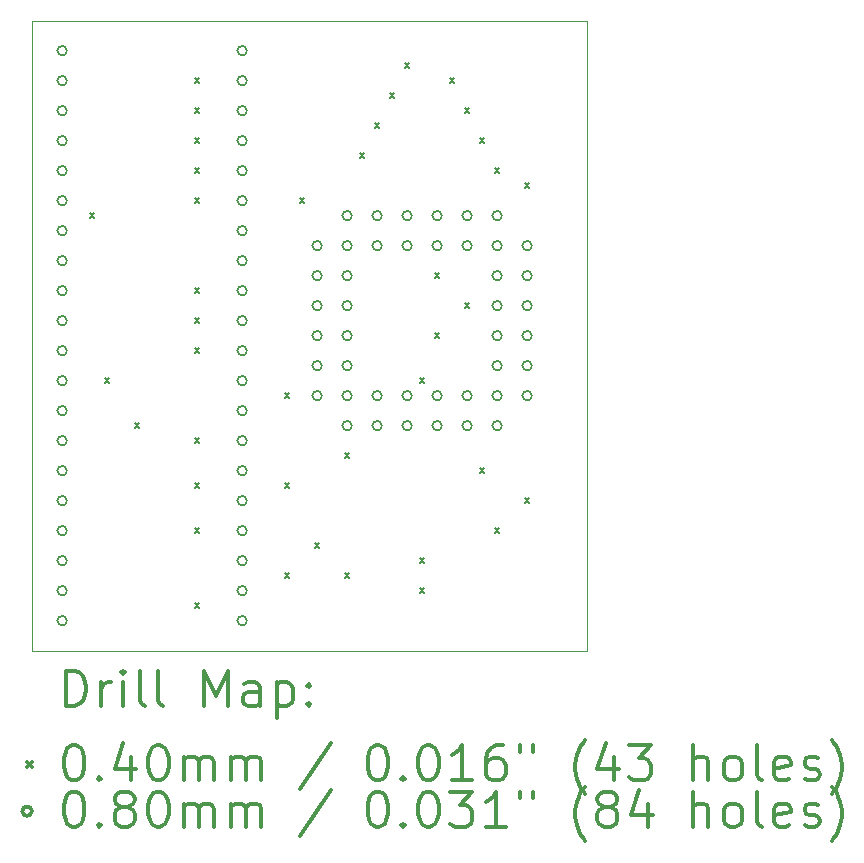
<source format=gbr>
%FSLAX45Y45*%
G04 Gerber Fmt 4.5, Leading zero omitted, Abs format (unit mm)*
G04 Created by KiCad (PCBNEW (5.1.4)-1) date 2020-01-28 22:58:38*
%MOMM*%
%LPD*%
G04 APERTURE LIST*
%ADD10C,0.050000*%
%ADD11C,0.200000*%
%ADD12C,0.300000*%
G04 APERTURE END LIST*
D10*
X3683000Y-7747000D02*
X3683000Y-2413000D01*
X8382000Y-7747000D02*
X3683000Y-7747000D01*
X8382000Y-2413000D02*
X8382000Y-7747000D01*
X3683000Y-2413000D02*
X8382000Y-2413000D01*
D11*
X4171000Y-4044000D02*
X4211000Y-4084000D01*
X4211000Y-4044000D02*
X4171000Y-4084000D01*
X4298000Y-5441000D02*
X4338000Y-5481000D01*
X4338000Y-5441000D02*
X4298000Y-5481000D01*
X4552000Y-5822000D02*
X4592000Y-5862000D01*
X4592000Y-5822000D02*
X4552000Y-5862000D01*
X5060000Y-2901000D02*
X5100000Y-2941000D01*
X5100000Y-2901000D02*
X5060000Y-2941000D01*
X5060000Y-3155000D02*
X5100000Y-3195000D01*
X5100000Y-3155000D02*
X5060000Y-3195000D01*
X5060000Y-3409000D02*
X5100000Y-3449000D01*
X5100000Y-3409000D02*
X5060000Y-3449000D01*
X5060000Y-3663000D02*
X5100000Y-3703000D01*
X5100000Y-3663000D02*
X5060000Y-3703000D01*
X5060000Y-3917000D02*
X5100000Y-3957000D01*
X5100000Y-3917000D02*
X5060000Y-3957000D01*
X5060000Y-4679000D02*
X5100000Y-4719000D01*
X5100000Y-4679000D02*
X5060000Y-4719000D01*
X5060000Y-4933000D02*
X5100000Y-4973000D01*
X5100000Y-4933000D02*
X5060000Y-4973000D01*
X5060000Y-5187000D02*
X5100000Y-5227000D01*
X5100000Y-5187000D02*
X5060000Y-5227000D01*
X5060000Y-5949000D02*
X5100000Y-5989000D01*
X5100000Y-5949000D02*
X5060000Y-5989000D01*
X5060000Y-6330000D02*
X5100000Y-6370000D01*
X5100000Y-6330000D02*
X5060000Y-6370000D01*
X5060000Y-6330000D02*
X5100000Y-6370000D01*
X5100000Y-6330000D02*
X5060000Y-6370000D01*
X5060000Y-6711000D02*
X5100000Y-6751000D01*
X5100000Y-6711000D02*
X5060000Y-6751000D01*
X5060000Y-7346000D02*
X5100000Y-7386000D01*
X5100000Y-7346000D02*
X5060000Y-7386000D01*
X5822000Y-5568000D02*
X5862000Y-5608000D01*
X5862000Y-5568000D02*
X5822000Y-5608000D01*
X5822000Y-6330000D02*
X5862000Y-6370000D01*
X5862000Y-6330000D02*
X5822000Y-6370000D01*
X5822000Y-7092000D02*
X5862000Y-7132000D01*
X5862000Y-7092000D02*
X5822000Y-7132000D01*
X5949000Y-3917000D02*
X5989000Y-3957000D01*
X5989000Y-3917000D02*
X5949000Y-3957000D01*
X6076000Y-6838000D02*
X6116000Y-6878000D01*
X6116000Y-6838000D02*
X6076000Y-6878000D01*
X6330000Y-6076000D02*
X6370000Y-6116000D01*
X6370000Y-6076000D02*
X6330000Y-6116000D01*
X6330000Y-7092000D02*
X6370000Y-7132000D01*
X6370000Y-7092000D02*
X6330000Y-7132000D01*
X6457000Y-3536000D02*
X6497000Y-3576000D01*
X6497000Y-3536000D02*
X6457000Y-3576000D01*
X6584000Y-3282000D02*
X6624000Y-3322000D01*
X6624000Y-3282000D02*
X6584000Y-3322000D01*
X6711000Y-3028000D02*
X6751000Y-3068000D01*
X6751000Y-3028000D02*
X6711000Y-3068000D01*
X6838000Y-2774000D02*
X6878000Y-2814000D01*
X6878000Y-2774000D02*
X6838000Y-2814000D01*
X6965000Y-5441000D02*
X7005000Y-5481000D01*
X7005000Y-5441000D02*
X6965000Y-5481000D01*
X6965000Y-6965000D02*
X7005000Y-7005000D01*
X7005000Y-6965000D02*
X6965000Y-7005000D01*
X6965000Y-7219000D02*
X7005000Y-7259000D01*
X7005000Y-7219000D02*
X6965000Y-7259000D01*
X7092000Y-4552000D02*
X7132000Y-4592000D01*
X7132000Y-4552000D02*
X7092000Y-4592000D01*
X7092000Y-5060000D02*
X7132000Y-5100000D01*
X7132000Y-5060000D02*
X7092000Y-5100000D01*
X7219000Y-2901000D02*
X7259000Y-2941000D01*
X7259000Y-2901000D02*
X7219000Y-2941000D01*
X7346000Y-3155000D02*
X7386000Y-3195000D01*
X7386000Y-3155000D02*
X7346000Y-3195000D01*
X7346000Y-4806000D02*
X7386000Y-4846000D01*
X7386000Y-4806000D02*
X7346000Y-4846000D01*
X7473000Y-3409000D02*
X7513000Y-3449000D01*
X7513000Y-3409000D02*
X7473000Y-3449000D01*
X7473000Y-3409000D02*
X7513000Y-3449000D01*
X7513000Y-3409000D02*
X7473000Y-3449000D01*
X7473000Y-6203000D02*
X7513000Y-6243000D01*
X7513000Y-6203000D02*
X7473000Y-6243000D01*
X7600000Y-3663000D02*
X7640000Y-3703000D01*
X7640000Y-3663000D02*
X7600000Y-3703000D01*
X7600000Y-6711000D02*
X7640000Y-6751000D01*
X7640000Y-6711000D02*
X7600000Y-6751000D01*
X7600000Y-6711000D02*
X7640000Y-6751000D01*
X7640000Y-6711000D02*
X7600000Y-6751000D01*
X7854000Y-3790000D02*
X7894000Y-3830000D01*
X7894000Y-3790000D02*
X7854000Y-3830000D01*
X7854000Y-6457000D02*
X7894000Y-6497000D01*
X7894000Y-6457000D02*
X7854000Y-6497000D01*
X3977000Y-2667000D02*
G75*
G03X3977000Y-2667000I-40000J0D01*
G01*
X3977000Y-2921000D02*
G75*
G03X3977000Y-2921000I-40000J0D01*
G01*
X3977000Y-3175000D02*
G75*
G03X3977000Y-3175000I-40000J0D01*
G01*
X3977000Y-3429000D02*
G75*
G03X3977000Y-3429000I-40000J0D01*
G01*
X3977000Y-3683000D02*
G75*
G03X3977000Y-3683000I-40000J0D01*
G01*
X3977000Y-3937000D02*
G75*
G03X3977000Y-3937000I-40000J0D01*
G01*
X3977000Y-4191000D02*
G75*
G03X3977000Y-4191000I-40000J0D01*
G01*
X3977000Y-4445000D02*
G75*
G03X3977000Y-4445000I-40000J0D01*
G01*
X3977000Y-4699000D02*
G75*
G03X3977000Y-4699000I-40000J0D01*
G01*
X3977000Y-4953000D02*
G75*
G03X3977000Y-4953000I-40000J0D01*
G01*
X3977000Y-5207000D02*
G75*
G03X3977000Y-5207000I-40000J0D01*
G01*
X3977000Y-5461000D02*
G75*
G03X3977000Y-5461000I-40000J0D01*
G01*
X3977000Y-5715000D02*
G75*
G03X3977000Y-5715000I-40000J0D01*
G01*
X3977000Y-5969000D02*
G75*
G03X3977000Y-5969000I-40000J0D01*
G01*
X3977000Y-6223000D02*
G75*
G03X3977000Y-6223000I-40000J0D01*
G01*
X3977000Y-6477000D02*
G75*
G03X3977000Y-6477000I-40000J0D01*
G01*
X3977000Y-6731000D02*
G75*
G03X3977000Y-6731000I-40000J0D01*
G01*
X3977000Y-6985000D02*
G75*
G03X3977000Y-6985000I-40000J0D01*
G01*
X3977000Y-7239000D02*
G75*
G03X3977000Y-7239000I-40000J0D01*
G01*
X3977000Y-7493000D02*
G75*
G03X3977000Y-7493000I-40000J0D01*
G01*
X5501000Y-2667000D02*
G75*
G03X5501000Y-2667000I-40000J0D01*
G01*
X5501000Y-2921000D02*
G75*
G03X5501000Y-2921000I-40000J0D01*
G01*
X5501000Y-3175000D02*
G75*
G03X5501000Y-3175000I-40000J0D01*
G01*
X5501000Y-3429000D02*
G75*
G03X5501000Y-3429000I-40000J0D01*
G01*
X5501000Y-3683000D02*
G75*
G03X5501000Y-3683000I-40000J0D01*
G01*
X5501000Y-3937000D02*
G75*
G03X5501000Y-3937000I-40000J0D01*
G01*
X5501000Y-4191000D02*
G75*
G03X5501000Y-4191000I-40000J0D01*
G01*
X5501000Y-4445000D02*
G75*
G03X5501000Y-4445000I-40000J0D01*
G01*
X5501000Y-4699000D02*
G75*
G03X5501000Y-4699000I-40000J0D01*
G01*
X5501000Y-4953000D02*
G75*
G03X5501000Y-4953000I-40000J0D01*
G01*
X5501000Y-5207000D02*
G75*
G03X5501000Y-5207000I-40000J0D01*
G01*
X5501000Y-5461000D02*
G75*
G03X5501000Y-5461000I-40000J0D01*
G01*
X5501000Y-5715000D02*
G75*
G03X5501000Y-5715000I-40000J0D01*
G01*
X5501000Y-5969000D02*
G75*
G03X5501000Y-5969000I-40000J0D01*
G01*
X5501000Y-6223000D02*
G75*
G03X5501000Y-6223000I-40000J0D01*
G01*
X5501000Y-6477000D02*
G75*
G03X5501000Y-6477000I-40000J0D01*
G01*
X5501000Y-6731000D02*
G75*
G03X5501000Y-6731000I-40000J0D01*
G01*
X5501000Y-6985000D02*
G75*
G03X5501000Y-6985000I-40000J0D01*
G01*
X5501000Y-7239000D02*
G75*
G03X5501000Y-7239000I-40000J0D01*
G01*
X5501000Y-7493000D02*
G75*
G03X5501000Y-7493000I-40000J0D01*
G01*
X6136000Y-4318000D02*
G75*
G03X6136000Y-4318000I-40000J0D01*
G01*
X6136000Y-4572000D02*
G75*
G03X6136000Y-4572000I-40000J0D01*
G01*
X6136000Y-4826000D02*
G75*
G03X6136000Y-4826000I-40000J0D01*
G01*
X6136000Y-5080000D02*
G75*
G03X6136000Y-5080000I-40000J0D01*
G01*
X6136000Y-5334000D02*
G75*
G03X6136000Y-5334000I-40000J0D01*
G01*
X6136000Y-5588000D02*
G75*
G03X6136000Y-5588000I-40000J0D01*
G01*
X6390000Y-4064000D02*
G75*
G03X6390000Y-4064000I-40000J0D01*
G01*
X6390000Y-4318000D02*
G75*
G03X6390000Y-4318000I-40000J0D01*
G01*
X6390000Y-4572000D02*
G75*
G03X6390000Y-4572000I-40000J0D01*
G01*
X6390000Y-4826000D02*
G75*
G03X6390000Y-4826000I-40000J0D01*
G01*
X6390000Y-5080000D02*
G75*
G03X6390000Y-5080000I-40000J0D01*
G01*
X6390000Y-5334000D02*
G75*
G03X6390000Y-5334000I-40000J0D01*
G01*
X6390000Y-5588000D02*
G75*
G03X6390000Y-5588000I-40000J0D01*
G01*
X6390000Y-5842000D02*
G75*
G03X6390000Y-5842000I-40000J0D01*
G01*
X6644000Y-4064000D02*
G75*
G03X6644000Y-4064000I-40000J0D01*
G01*
X6644000Y-4318000D02*
G75*
G03X6644000Y-4318000I-40000J0D01*
G01*
X6644000Y-5588000D02*
G75*
G03X6644000Y-5588000I-40000J0D01*
G01*
X6644000Y-5842000D02*
G75*
G03X6644000Y-5842000I-40000J0D01*
G01*
X6898000Y-4064000D02*
G75*
G03X6898000Y-4064000I-40000J0D01*
G01*
X6898000Y-4318000D02*
G75*
G03X6898000Y-4318000I-40000J0D01*
G01*
X6898000Y-5588000D02*
G75*
G03X6898000Y-5588000I-40000J0D01*
G01*
X6898000Y-5842000D02*
G75*
G03X6898000Y-5842000I-40000J0D01*
G01*
X7152000Y-4064000D02*
G75*
G03X7152000Y-4064000I-40000J0D01*
G01*
X7152000Y-4318000D02*
G75*
G03X7152000Y-4318000I-40000J0D01*
G01*
X7152000Y-5588000D02*
G75*
G03X7152000Y-5588000I-40000J0D01*
G01*
X7152000Y-5842000D02*
G75*
G03X7152000Y-5842000I-40000J0D01*
G01*
X7406000Y-4064000D02*
G75*
G03X7406000Y-4064000I-40000J0D01*
G01*
X7406000Y-4318000D02*
G75*
G03X7406000Y-4318000I-40000J0D01*
G01*
X7406000Y-5588000D02*
G75*
G03X7406000Y-5588000I-40000J0D01*
G01*
X7406000Y-5842000D02*
G75*
G03X7406000Y-5842000I-40000J0D01*
G01*
X7660000Y-4064000D02*
G75*
G03X7660000Y-4064000I-40000J0D01*
G01*
X7660000Y-4318000D02*
G75*
G03X7660000Y-4318000I-40000J0D01*
G01*
X7660000Y-4572000D02*
G75*
G03X7660000Y-4572000I-40000J0D01*
G01*
X7660000Y-4826000D02*
G75*
G03X7660000Y-4826000I-40000J0D01*
G01*
X7660000Y-5080000D02*
G75*
G03X7660000Y-5080000I-40000J0D01*
G01*
X7660000Y-5334000D02*
G75*
G03X7660000Y-5334000I-40000J0D01*
G01*
X7660000Y-5588000D02*
G75*
G03X7660000Y-5588000I-40000J0D01*
G01*
X7660000Y-5842000D02*
G75*
G03X7660000Y-5842000I-40000J0D01*
G01*
X7914000Y-4318000D02*
G75*
G03X7914000Y-4318000I-40000J0D01*
G01*
X7914000Y-4572000D02*
G75*
G03X7914000Y-4572000I-40000J0D01*
G01*
X7914000Y-4826000D02*
G75*
G03X7914000Y-4826000I-40000J0D01*
G01*
X7914000Y-5080000D02*
G75*
G03X7914000Y-5080000I-40000J0D01*
G01*
X7914000Y-5334000D02*
G75*
G03X7914000Y-5334000I-40000J0D01*
G01*
X7914000Y-5588000D02*
G75*
G03X7914000Y-5588000I-40000J0D01*
G01*
D12*
X3966928Y-8215214D02*
X3966928Y-7915214D01*
X4038357Y-7915214D01*
X4081214Y-7929500D01*
X4109786Y-7958071D01*
X4124071Y-7986643D01*
X4138357Y-8043786D01*
X4138357Y-8086643D01*
X4124071Y-8143786D01*
X4109786Y-8172357D01*
X4081214Y-8200929D01*
X4038357Y-8215214D01*
X3966928Y-8215214D01*
X4266928Y-8215214D02*
X4266928Y-8015214D01*
X4266928Y-8072357D02*
X4281214Y-8043786D01*
X4295500Y-8029500D01*
X4324071Y-8015214D01*
X4352643Y-8015214D01*
X4452643Y-8215214D02*
X4452643Y-8015214D01*
X4452643Y-7915214D02*
X4438357Y-7929500D01*
X4452643Y-7943786D01*
X4466928Y-7929500D01*
X4452643Y-7915214D01*
X4452643Y-7943786D01*
X4638357Y-8215214D02*
X4609786Y-8200929D01*
X4595500Y-8172357D01*
X4595500Y-7915214D01*
X4795500Y-8215214D02*
X4766928Y-8200929D01*
X4752643Y-8172357D01*
X4752643Y-7915214D01*
X5138357Y-8215214D02*
X5138357Y-7915214D01*
X5238357Y-8129500D01*
X5338357Y-7915214D01*
X5338357Y-8215214D01*
X5609786Y-8215214D02*
X5609786Y-8058071D01*
X5595500Y-8029500D01*
X5566928Y-8015214D01*
X5509786Y-8015214D01*
X5481214Y-8029500D01*
X5609786Y-8200929D02*
X5581214Y-8215214D01*
X5509786Y-8215214D01*
X5481214Y-8200929D01*
X5466928Y-8172357D01*
X5466928Y-8143786D01*
X5481214Y-8115214D01*
X5509786Y-8100929D01*
X5581214Y-8100929D01*
X5609786Y-8086643D01*
X5752643Y-8015214D02*
X5752643Y-8315214D01*
X5752643Y-8029500D02*
X5781214Y-8015214D01*
X5838357Y-8015214D01*
X5866928Y-8029500D01*
X5881214Y-8043786D01*
X5895500Y-8072357D01*
X5895500Y-8158071D01*
X5881214Y-8186643D01*
X5866928Y-8200929D01*
X5838357Y-8215214D01*
X5781214Y-8215214D01*
X5752643Y-8200929D01*
X6024071Y-8186643D02*
X6038357Y-8200929D01*
X6024071Y-8215214D01*
X6009786Y-8200929D01*
X6024071Y-8186643D01*
X6024071Y-8215214D01*
X6024071Y-8029500D02*
X6038357Y-8043786D01*
X6024071Y-8058071D01*
X6009786Y-8043786D01*
X6024071Y-8029500D01*
X6024071Y-8058071D01*
X3640500Y-8689500D02*
X3680500Y-8729500D01*
X3680500Y-8689500D02*
X3640500Y-8729500D01*
X4024071Y-8545214D02*
X4052643Y-8545214D01*
X4081214Y-8559500D01*
X4095500Y-8573786D01*
X4109786Y-8602357D01*
X4124071Y-8659500D01*
X4124071Y-8730929D01*
X4109786Y-8788072D01*
X4095500Y-8816643D01*
X4081214Y-8830929D01*
X4052643Y-8845214D01*
X4024071Y-8845214D01*
X3995500Y-8830929D01*
X3981214Y-8816643D01*
X3966928Y-8788072D01*
X3952643Y-8730929D01*
X3952643Y-8659500D01*
X3966928Y-8602357D01*
X3981214Y-8573786D01*
X3995500Y-8559500D01*
X4024071Y-8545214D01*
X4252643Y-8816643D02*
X4266928Y-8830929D01*
X4252643Y-8845214D01*
X4238357Y-8830929D01*
X4252643Y-8816643D01*
X4252643Y-8845214D01*
X4524071Y-8645214D02*
X4524071Y-8845214D01*
X4452643Y-8530929D02*
X4381214Y-8745214D01*
X4566928Y-8745214D01*
X4738357Y-8545214D02*
X4766928Y-8545214D01*
X4795500Y-8559500D01*
X4809786Y-8573786D01*
X4824071Y-8602357D01*
X4838357Y-8659500D01*
X4838357Y-8730929D01*
X4824071Y-8788072D01*
X4809786Y-8816643D01*
X4795500Y-8830929D01*
X4766928Y-8845214D01*
X4738357Y-8845214D01*
X4709786Y-8830929D01*
X4695500Y-8816643D01*
X4681214Y-8788072D01*
X4666928Y-8730929D01*
X4666928Y-8659500D01*
X4681214Y-8602357D01*
X4695500Y-8573786D01*
X4709786Y-8559500D01*
X4738357Y-8545214D01*
X4966928Y-8845214D02*
X4966928Y-8645214D01*
X4966928Y-8673786D02*
X4981214Y-8659500D01*
X5009786Y-8645214D01*
X5052643Y-8645214D01*
X5081214Y-8659500D01*
X5095500Y-8688072D01*
X5095500Y-8845214D01*
X5095500Y-8688072D02*
X5109786Y-8659500D01*
X5138357Y-8645214D01*
X5181214Y-8645214D01*
X5209786Y-8659500D01*
X5224071Y-8688072D01*
X5224071Y-8845214D01*
X5366928Y-8845214D02*
X5366928Y-8645214D01*
X5366928Y-8673786D02*
X5381214Y-8659500D01*
X5409786Y-8645214D01*
X5452643Y-8645214D01*
X5481214Y-8659500D01*
X5495500Y-8688072D01*
X5495500Y-8845214D01*
X5495500Y-8688072D02*
X5509786Y-8659500D01*
X5538357Y-8645214D01*
X5581214Y-8645214D01*
X5609786Y-8659500D01*
X5624071Y-8688072D01*
X5624071Y-8845214D01*
X6209786Y-8530929D02*
X5952643Y-8916643D01*
X6595500Y-8545214D02*
X6624071Y-8545214D01*
X6652643Y-8559500D01*
X6666928Y-8573786D01*
X6681214Y-8602357D01*
X6695500Y-8659500D01*
X6695500Y-8730929D01*
X6681214Y-8788072D01*
X6666928Y-8816643D01*
X6652643Y-8830929D01*
X6624071Y-8845214D01*
X6595500Y-8845214D01*
X6566928Y-8830929D01*
X6552643Y-8816643D01*
X6538357Y-8788072D01*
X6524071Y-8730929D01*
X6524071Y-8659500D01*
X6538357Y-8602357D01*
X6552643Y-8573786D01*
X6566928Y-8559500D01*
X6595500Y-8545214D01*
X6824071Y-8816643D02*
X6838357Y-8830929D01*
X6824071Y-8845214D01*
X6809786Y-8830929D01*
X6824071Y-8816643D01*
X6824071Y-8845214D01*
X7024071Y-8545214D02*
X7052643Y-8545214D01*
X7081214Y-8559500D01*
X7095500Y-8573786D01*
X7109786Y-8602357D01*
X7124071Y-8659500D01*
X7124071Y-8730929D01*
X7109786Y-8788072D01*
X7095500Y-8816643D01*
X7081214Y-8830929D01*
X7052643Y-8845214D01*
X7024071Y-8845214D01*
X6995500Y-8830929D01*
X6981214Y-8816643D01*
X6966928Y-8788072D01*
X6952643Y-8730929D01*
X6952643Y-8659500D01*
X6966928Y-8602357D01*
X6981214Y-8573786D01*
X6995500Y-8559500D01*
X7024071Y-8545214D01*
X7409786Y-8845214D02*
X7238357Y-8845214D01*
X7324071Y-8845214D02*
X7324071Y-8545214D01*
X7295500Y-8588072D01*
X7266928Y-8616643D01*
X7238357Y-8630929D01*
X7666928Y-8545214D02*
X7609786Y-8545214D01*
X7581214Y-8559500D01*
X7566928Y-8573786D01*
X7538357Y-8616643D01*
X7524071Y-8673786D01*
X7524071Y-8788072D01*
X7538357Y-8816643D01*
X7552643Y-8830929D01*
X7581214Y-8845214D01*
X7638357Y-8845214D01*
X7666928Y-8830929D01*
X7681214Y-8816643D01*
X7695500Y-8788072D01*
X7695500Y-8716643D01*
X7681214Y-8688072D01*
X7666928Y-8673786D01*
X7638357Y-8659500D01*
X7581214Y-8659500D01*
X7552643Y-8673786D01*
X7538357Y-8688072D01*
X7524071Y-8716643D01*
X7809786Y-8545214D02*
X7809786Y-8602357D01*
X7924071Y-8545214D02*
X7924071Y-8602357D01*
X8366928Y-8959500D02*
X8352643Y-8945214D01*
X8324071Y-8902357D01*
X8309786Y-8873786D01*
X8295500Y-8830929D01*
X8281214Y-8759500D01*
X8281214Y-8702357D01*
X8295500Y-8630929D01*
X8309786Y-8588072D01*
X8324071Y-8559500D01*
X8352643Y-8516643D01*
X8366928Y-8502357D01*
X8609786Y-8645214D02*
X8609786Y-8845214D01*
X8538357Y-8530929D02*
X8466928Y-8745214D01*
X8652643Y-8745214D01*
X8738357Y-8545214D02*
X8924071Y-8545214D01*
X8824071Y-8659500D01*
X8866928Y-8659500D01*
X8895500Y-8673786D01*
X8909786Y-8688072D01*
X8924071Y-8716643D01*
X8924071Y-8788072D01*
X8909786Y-8816643D01*
X8895500Y-8830929D01*
X8866928Y-8845214D01*
X8781214Y-8845214D01*
X8752643Y-8830929D01*
X8738357Y-8816643D01*
X9281214Y-8845214D02*
X9281214Y-8545214D01*
X9409786Y-8845214D02*
X9409786Y-8688072D01*
X9395500Y-8659500D01*
X9366928Y-8645214D01*
X9324071Y-8645214D01*
X9295500Y-8659500D01*
X9281214Y-8673786D01*
X9595500Y-8845214D02*
X9566928Y-8830929D01*
X9552643Y-8816643D01*
X9538357Y-8788072D01*
X9538357Y-8702357D01*
X9552643Y-8673786D01*
X9566928Y-8659500D01*
X9595500Y-8645214D01*
X9638357Y-8645214D01*
X9666928Y-8659500D01*
X9681214Y-8673786D01*
X9695500Y-8702357D01*
X9695500Y-8788072D01*
X9681214Y-8816643D01*
X9666928Y-8830929D01*
X9638357Y-8845214D01*
X9595500Y-8845214D01*
X9866928Y-8845214D02*
X9838357Y-8830929D01*
X9824071Y-8802357D01*
X9824071Y-8545214D01*
X10095500Y-8830929D02*
X10066928Y-8845214D01*
X10009786Y-8845214D01*
X9981214Y-8830929D01*
X9966928Y-8802357D01*
X9966928Y-8688072D01*
X9981214Y-8659500D01*
X10009786Y-8645214D01*
X10066928Y-8645214D01*
X10095500Y-8659500D01*
X10109786Y-8688072D01*
X10109786Y-8716643D01*
X9966928Y-8745214D01*
X10224071Y-8830929D02*
X10252643Y-8845214D01*
X10309786Y-8845214D01*
X10338357Y-8830929D01*
X10352643Y-8802357D01*
X10352643Y-8788072D01*
X10338357Y-8759500D01*
X10309786Y-8745214D01*
X10266928Y-8745214D01*
X10238357Y-8730929D01*
X10224071Y-8702357D01*
X10224071Y-8688072D01*
X10238357Y-8659500D01*
X10266928Y-8645214D01*
X10309786Y-8645214D01*
X10338357Y-8659500D01*
X10452643Y-8959500D02*
X10466928Y-8945214D01*
X10495500Y-8902357D01*
X10509786Y-8873786D01*
X10524071Y-8830929D01*
X10538357Y-8759500D01*
X10538357Y-8702357D01*
X10524071Y-8630929D01*
X10509786Y-8588072D01*
X10495500Y-8559500D01*
X10466928Y-8516643D01*
X10452643Y-8502357D01*
X3680500Y-9105500D02*
G75*
G03X3680500Y-9105500I-40000J0D01*
G01*
X4024071Y-8941214D02*
X4052643Y-8941214D01*
X4081214Y-8955500D01*
X4095500Y-8969786D01*
X4109786Y-8998357D01*
X4124071Y-9055500D01*
X4124071Y-9126929D01*
X4109786Y-9184072D01*
X4095500Y-9212643D01*
X4081214Y-9226929D01*
X4052643Y-9241214D01*
X4024071Y-9241214D01*
X3995500Y-9226929D01*
X3981214Y-9212643D01*
X3966928Y-9184072D01*
X3952643Y-9126929D01*
X3952643Y-9055500D01*
X3966928Y-8998357D01*
X3981214Y-8969786D01*
X3995500Y-8955500D01*
X4024071Y-8941214D01*
X4252643Y-9212643D02*
X4266928Y-9226929D01*
X4252643Y-9241214D01*
X4238357Y-9226929D01*
X4252643Y-9212643D01*
X4252643Y-9241214D01*
X4438357Y-9069786D02*
X4409786Y-9055500D01*
X4395500Y-9041214D01*
X4381214Y-9012643D01*
X4381214Y-8998357D01*
X4395500Y-8969786D01*
X4409786Y-8955500D01*
X4438357Y-8941214D01*
X4495500Y-8941214D01*
X4524071Y-8955500D01*
X4538357Y-8969786D01*
X4552643Y-8998357D01*
X4552643Y-9012643D01*
X4538357Y-9041214D01*
X4524071Y-9055500D01*
X4495500Y-9069786D01*
X4438357Y-9069786D01*
X4409786Y-9084072D01*
X4395500Y-9098357D01*
X4381214Y-9126929D01*
X4381214Y-9184072D01*
X4395500Y-9212643D01*
X4409786Y-9226929D01*
X4438357Y-9241214D01*
X4495500Y-9241214D01*
X4524071Y-9226929D01*
X4538357Y-9212643D01*
X4552643Y-9184072D01*
X4552643Y-9126929D01*
X4538357Y-9098357D01*
X4524071Y-9084072D01*
X4495500Y-9069786D01*
X4738357Y-8941214D02*
X4766928Y-8941214D01*
X4795500Y-8955500D01*
X4809786Y-8969786D01*
X4824071Y-8998357D01*
X4838357Y-9055500D01*
X4838357Y-9126929D01*
X4824071Y-9184072D01*
X4809786Y-9212643D01*
X4795500Y-9226929D01*
X4766928Y-9241214D01*
X4738357Y-9241214D01*
X4709786Y-9226929D01*
X4695500Y-9212643D01*
X4681214Y-9184072D01*
X4666928Y-9126929D01*
X4666928Y-9055500D01*
X4681214Y-8998357D01*
X4695500Y-8969786D01*
X4709786Y-8955500D01*
X4738357Y-8941214D01*
X4966928Y-9241214D02*
X4966928Y-9041214D01*
X4966928Y-9069786D02*
X4981214Y-9055500D01*
X5009786Y-9041214D01*
X5052643Y-9041214D01*
X5081214Y-9055500D01*
X5095500Y-9084072D01*
X5095500Y-9241214D01*
X5095500Y-9084072D02*
X5109786Y-9055500D01*
X5138357Y-9041214D01*
X5181214Y-9041214D01*
X5209786Y-9055500D01*
X5224071Y-9084072D01*
X5224071Y-9241214D01*
X5366928Y-9241214D02*
X5366928Y-9041214D01*
X5366928Y-9069786D02*
X5381214Y-9055500D01*
X5409786Y-9041214D01*
X5452643Y-9041214D01*
X5481214Y-9055500D01*
X5495500Y-9084072D01*
X5495500Y-9241214D01*
X5495500Y-9084072D02*
X5509786Y-9055500D01*
X5538357Y-9041214D01*
X5581214Y-9041214D01*
X5609786Y-9055500D01*
X5624071Y-9084072D01*
X5624071Y-9241214D01*
X6209786Y-8926929D02*
X5952643Y-9312643D01*
X6595500Y-8941214D02*
X6624071Y-8941214D01*
X6652643Y-8955500D01*
X6666928Y-8969786D01*
X6681214Y-8998357D01*
X6695500Y-9055500D01*
X6695500Y-9126929D01*
X6681214Y-9184072D01*
X6666928Y-9212643D01*
X6652643Y-9226929D01*
X6624071Y-9241214D01*
X6595500Y-9241214D01*
X6566928Y-9226929D01*
X6552643Y-9212643D01*
X6538357Y-9184072D01*
X6524071Y-9126929D01*
X6524071Y-9055500D01*
X6538357Y-8998357D01*
X6552643Y-8969786D01*
X6566928Y-8955500D01*
X6595500Y-8941214D01*
X6824071Y-9212643D02*
X6838357Y-9226929D01*
X6824071Y-9241214D01*
X6809786Y-9226929D01*
X6824071Y-9212643D01*
X6824071Y-9241214D01*
X7024071Y-8941214D02*
X7052643Y-8941214D01*
X7081214Y-8955500D01*
X7095500Y-8969786D01*
X7109786Y-8998357D01*
X7124071Y-9055500D01*
X7124071Y-9126929D01*
X7109786Y-9184072D01*
X7095500Y-9212643D01*
X7081214Y-9226929D01*
X7052643Y-9241214D01*
X7024071Y-9241214D01*
X6995500Y-9226929D01*
X6981214Y-9212643D01*
X6966928Y-9184072D01*
X6952643Y-9126929D01*
X6952643Y-9055500D01*
X6966928Y-8998357D01*
X6981214Y-8969786D01*
X6995500Y-8955500D01*
X7024071Y-8941214D01*
X7224071Y-8941214D02*
X7409786Y-8941214D01*
X7309786Y-9055500D01*
X7352643Y-9055500D01*
X7381214Y-9069786D01*
X7395500Y-9084072D01*
X7409786Y-9112643D01*
X7409786Y-9184072D01*
X7395500Y-9212643D01*
X7381214Y-9226929D01*
X7352643Y-9241214D01*
X7266928Y-9241214D01*
X7238357Y-9226929D01*
X7224071Y-9212643D01*
X7695500Y-9241214D02*
X7524071Y-9241214D01*
X7609786Y-9241214D02*
X7609786Y-8941214D01*
X7581214Y-8984072D01*
X7552643Y-9012643D01*
X7524071Y-9026929D01*
X7809786Y-8941214D02*
X7809786Y-8998357D01*
X7924071Y-8941214D02*
X7924071Y-8998357D01*
X8366928Y-9355500D02*
X8352643Y-9341214D01*
X8324071Y-9298357D01*
X8309786Y-9269786D01*
X8295500Y-9226929D01*
X8281214Y-9155500D01*
X8281214Y-9098357D01*
X8295500Y-9026929D01*
X8309786Y-8984072D01*
X8324071Y-8955500D01*
X8352643Y-8912643D01*
X8366928Y-8898357D01*
X8524071Y-9069786D02*
X8495500Y-9055500D01*
X8481214Y-9041214D01*
X8466928Y-9012643D01*
X8466928Y-8998357D01*
X8481214Y-8969786D01*
X8495500Y-8955500D01*
X8524071Y-8941214D01*
X8581214Y-8941214D01*
X8609786Y-8955500D01*
X8624071Y-8969786D01*
X8638357Y-8998357D01*
X8638357Y-9012643D01*
X8624071Y-9041214D01*
X8609786Y-9055500D01*
X8581214Y-9069786D01*
X8524071Y-9069786D01*
X8495500Y-9084072D01*
X8481214Y-9098357D01*
X8466928Y-9126929D01*
X8466928Y-9184072D01*
X8481214Y-9212643D01*
X8495500Y-9226929D01*
X8524071Y-9241214D01*
X8581214Y-9241214D01*
X8609786Y-9226929D01*
X8624071Y-9212643D01*
X8638357Y-9184072D01*
X8638357Y-9126929D01*
X8624071Y-9098357D01*
X8609786Y-9084072D01*
X8581214Y-9069786D01*
X8895500Y-9041214D02*
X8895500Y-9241214D01*
X8824071Y-8926929D02*
X8752643Y-9141214D01*
X8938357Y-9141214D01*
X9281214Y-9241214D02*
X9281214Y-8941214D01*
X9409786Y-9241214D02*
X9409786Y-9084072D01*
X9395500Y-9055500D01*
X9366928Y-9041214D01*
X9324071Y-9041214D01*
X9295500Y-9055500D01*
X9281214Y-9069786D01*
X9595500Y-9241214D02*
X9566928Y-9226929D01*
X9552643Y-9212643D01*
X9538357Y-9184072D01*
X9538357Y-9098357D01*
X9552643Y-9069786D01*
X9566928Y-9055500D01*
X9595500Y-9041214D01*
X9638357Y-9041214D01*
X9666928Y-9055500D01*
X9681214Y-9069786D01*
X9695500Y-9098357D01*
X9695500Y-9184072D01*
X9681214Y-9212643D01*
X9666928Y-9226929D01*
X9638357Y-9241214D01*
X9595500Y-9241214D01*
X9866928Y-9241214D02*
X9838357Y-9226929D01*
X9824071Y-9198357D01*
X9824071Y-8941214D01*
X10095500Y-9226929D02*
X10066928Y-9241214D01*
X10009786Y-9241214D01*
X9981214Y-9226929D01*
X9966928Y-9198357D01*
X9966928Y-9084072D01*
X9981214Y-9055500D01*
X10009786Y-9041214D01*
X10066928Y-9041214D01*
X10095500Y-9055500D01*
X10109786Y-9084072D01*
X10109786Y-9112643D01*
X9966928Y-9141214D01*
X10224071Y-9226929D02*
X10252643Y-9241214D01*
X10309786Y-9241214D01*
X10338357Y-9226929D01*
X10352643Y-9198357D01*
X10352643Y-9184072D01*
X10338357Y-9155500D01*
X10309786Y-9141214D01*
X10266928Y-9141214D01*
X10238357Y-9126929D01*
X10224071Y-9098357D01*
X10224071Y-9084072D01*
X10238357Y-9055500D01*
X10266928Y-9041214D01*
X10309786Y-9041214D01*
X10338357Y-9055500D01*
X10452643Y-9355500D02*
X10466928Y-9341214D01*
X10495500Y-9298357D01*
X10509786Y-9269786D01*
X10524071Y-9226929D01*
X10538357Y-9155500D01*
X10538357Y-9098357D01*
X10524071Y-9026929D01*
X10509786Y-8984072D01*
X10495500Y-8955500D01*
X10466928Y-8912643D01*
X10452643Y-8898357D01*
M02*

</source>
